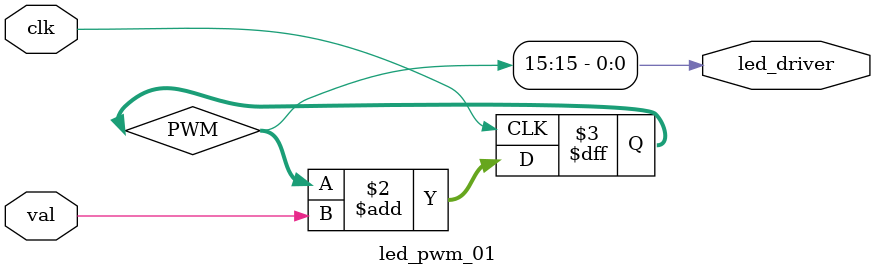
<source format=v>
`timescale 1ns / 1ps
module led_pwm_01(
    input clk,
    input val,
    output led_driver
    );



reg [15:0] PWM;
always @(posedge clk) PWM <= PWM[15:0]+val;

assign led_driver = PWM[15];


endmodule

</source>
